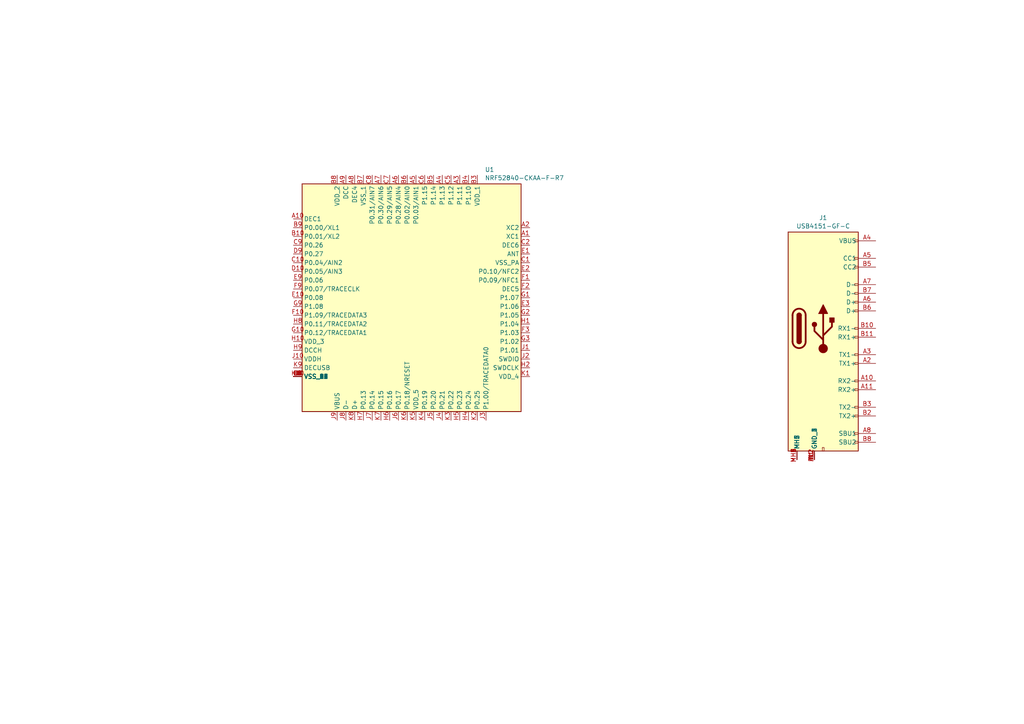
<source format=kicad_sch>
(kicad_sch (version 20231120) (generator "eeschema") (generator_version "8.0")
  (paper "A4")
  (lib_symbols
    (symbol "Component_lib:NRF52840-CKAA-F-R7"
      (property "Reference" "U" (at 0 7.62 0))
      (property "Value" "NRF52840-CKAA-F-R7" (at 0 5.08 0))
      (symbol "NRF52840-CKAA-F-R7_1_1"
        (rectangle (start 2.54 -2.54) (end 66.04 -68.58) (stroke (width 0.254)) (fill (type background)))
        (pin passive line (at 68.58 -17.78 180) (length 2.54) (name "XC1") (number "A1"))
        (pin passive line (at 0 -12.7 0) (length 2.54) (name "DEC1") (number "A10"))
        (pin passive line (at 68.58 -15.24 180) (length 2.54) (name "XC2") (number "A2"))
        (pin passive line (at 48.26 0 270) (length 2.54) (name "P1.11") (number "A3"))
        (pin passive line (at 43.18 0 270) (length 2.54) (name "P1.13") (number "A4"))
        (pin passive line (at 35.56 0 270) (length 2.54) (name "P0.03/AIN1") (number "A5"))
        (pin passive line (at 30.48 0 270) (length 2.54) (name "P0.28/AIN4") (number "A6"))
        (pin passive line (at 25.4 0 270) (length 2.54) (name "P0.30/AIN6") (number "A7"))
        (pin passive line (at 17.78 0 270) (length 2.54) (name "DEC4") (number "A8"))
        (pin passive line (at 15.24 0 270) (length 2.54) (name "DCC") (number "A9"))
        (pin passive line (at 0 -17.78 0) (length 2.54) (name "P0.01/XL2") (number "B10"))
        (pin passive line (at 53.34 0 270) (length 2.54) (name "VDD_1") (number "B3"))
        (pin passive line (at 50.8 0 270) (length 2.54) (name "P1.10") (number "B4"))
        (pin passive line (at 40.64 0 270) (length 2.54) (name "P1.14") (number "B5"))
        (pin passive line (at 33.02 0 270) (length 2.54) (name "P0.02/AIN0") (number "B6"))
        (pin passive line (at 20.32 0 270) (length 2.54) (name "VSS_1") (number "B7"))
        (pin passive line (at 12.7 0 270) (length 2.54) (name "VDD_2") (number "B8"))
        (pin passive line (at 0 -15.24 0) (length 2.54) (name "P0.00/XL1") (number "B9"))
        (pin passive line (at 68.58 -25.4 180) (length 2.54) (name "VSS_PA") (number "C1"))
        (pin passive line (at 0 -25.4 0) (length 2.54) (name "P0.04/AIN2") (number "C10"))
        (pin passive line (at 68.58 -20.32 180) (length 2.54) (name "DEC6") (number "C2"))
        (pin passive line (at 0 -58.42 0) (length 2.54) (name "VSS_2") (number "C4"))
        (pin passive line (at 45.72 0 270) (length 2.54) (name "P1.12") (number "C5"))
        (pin passive line (at 38.1 0 270) (length 2.54) (name "P1.15") (number "C6"))
        (pin passive line (at 27.94 0 270) (length 2.54) (name "P0.29/AIN5") (number "C7"))
        (pin passive line (at 22.86 0 270) (length 2.54) (name "P0.31/AIN7") (number "C8"))
        (pin passive line (at 0 -20.32 0) (length 2.54) (name "P0.26") (number "C9"))
        (pin passive line (at 0 -27.94 0) (length 2.54) (name "P0.05/AIN3") (number "D10"))
        (pin passive line (at 0 -58.42 0) (length 2.54) (name "VSS_3") (number "D3"))
        (pin passive line (at 0 -58.42 0) (length 2.54) (name "VSS_4") (number "D4"))
        (pin passive line (at 0 -58.42 0) (length 2.54) (name "VSS_5") (number "D5"))
        (pin passive line (at 0 -58.42 0) (length 2.54) (name "VSS_6") (number "D6"))
        (pin passive line (at 0 -58.42 0) (length 2.54) (name "VSS_7") (number "D7"))
        (pin passive line (at 0 -58.42 0) (length 2.54) (name "VSS_8") (number "D8"))
        (pin passive line (at 0 -22.86 0) (length 2.54) (name "P0.27") (number "D9"))
        (pin passive line (at 68.58 -22.86 180) (length 2.54) (name "ANT") (number "E1"))
        (pin passive line (at 0 -35.56 0) (length 2.54) (name "P0.08") (number "E10"))
        (pin passive line (at 68.58 -27.94 180) (length 2.54) (name "P0.10/NFC2") (number "E2"))
        (pin passive line (at 68.58 -38.1 180) (length 2.54) (name "P1.06") (number "E3"))
        (pin passive line (at 0 -58.42 0) (length 2.54) (name "VSS_9") (number "E4"))
        (pin passive line (at 0 -58.42 0) (length 2.54) (name "VSS_10") (number "E5"))
        (pin passive line (at 0 -58.42 0) (length 2.54) (name "VSS_11") (number "E6"))
        (pin passive line (at 0 -58.42 0) (length 2.54) (name "VSS_12") (number "E7"))
        (pin passive line (at 0 -58.42 0) (length 2.54) (name "VSS_13") (number "E8"))
        (pin passive line (at 0 -30.48 0) (length 2.54) (name "P0.06") (number "E9"))
        (pin passive line (at 68.58 -30.48 180) (length 2.54) (name "P0.09/NFC1") (number "F1"))
        (pin passive line (at 0 -40.64 0) (length 2.54) (name "P1.09/TRACEDATA3") (number "F10"))
        (pin passive line (at 68.58 -33.02 180) (length 2.54) (name "DEC5") (number "F2"))
        (pin passive line (at 68.58 -45.72 180) (length 2.54) (name "P1.03") (number "F3"))
        (pin passive line (at 0 -58.42 0) (length 2.54) (name "VSS_14") (number "F4"))
        (pin passive line (at 0 -58.42 0) (length 2.54) (name "VSS_15") (number "F5"))
        (pin passive line (at 0 -58.42 0) (length 2.54) (name "VSS_16") (number "F6"))
        (pin passive line (at 0 -58.42 0) (length 2.54) (name "VSS_17") (number "F7"))
        (pin passive line (at 0 -58.42 0) (length 2.54) (name "VSS_18") (number "F8"))
        (pin passive line (at 0 -33.02 0) (length 2.54) (name "P0.07/TRACECLK") (number "F9"))
        (pin passive line (at 68.58 -35.56 180) (length 2.54) (name "P1.07") (number "G1"))
        (pin passive line (at 0 -45.72 0) (length 2.54) (name "P0.12/TRACEDATA1") (number "G10"))
        (pin passive line (at 68.58 -40.64 180) (length 2.54) (name "P1.05") (number "G2"))
        (pin passive line (at 68.58 -48.26 180) (length 2.54) (name "P1.02") (number "G3"))
        (pin passive line (at 0 -58.42 0) (length 2.54) (name "VSS_19") (number "G4"))
        (pin passive line (at 0 -58.42 0) (length 2.54) (name "VSS_20") (number "G5"))
        (pin passive line (at 0 -58.42 0) (length 2.54) (name "VSS_21") (number "G6"))
        (pin passive line (at 0 -58.42 0) (length 2.54) (name "VSS_22") (number "G7"))
        (pin passive line (at 0 -58.42 0) (length 2.54) (name "VSS_23") (number "G8"))
        (pin passive line (at 0 -38.1 0) (length 2.54) (name "P1.08") (number "G9"))
        (pin passive line (at 68.58 -43.18 180) (length 2.54) (name "P1.04") (number "H1"))
        (pin passive line (at 0 -48.26 0) (length 2.54) (name "VDD_3") (number "H10"))
        (pin passive line (at 68.58 -55.88 180) (length 2.54) (name "SWDCLK") (number "H2"))
        (pin passive line (at 50.8 -71.12 90) (length 2.54) (name "P0.24") (number "H4"))
        (pin passive line (at 48.26 -71.12 90) (length 2.54) (name "P0.23") (number "H5"))
        (pin passive line (at 27.94 -71.12 90) (length 2.54) (name "P0.16") (number "H6"))
        (pin passive line (at 20.32 -71.12 90) (length 2.54) (name "P0.13") (number "H7"))
        (pin passive line (at 0 -43.18 0) (length 2.54) (name "P0.11/TRACEDATA2") (number "H8"))
        (pin passive line (at 0 -50.8 0) (length 2.54) (name "DCCH") (number "H9"))
        (pin passive line (at 68.58 -50.8 180) (length 2.54) (name "P1.01") (number "J1"))
        (pin passive line (at 0 -53.34 0) (length 2.54) (name "VDDH") (number "J10"))
        (pin passive line (at 68.58 -53.34 180) (length 2.54) (name "SWDIO") (number "J2"))
        (pin passive line (at 55.88 -71.12 90) (length 2.54) (name "P1.00/TRACEDATA0") (number "J3"))
        (pin passive line (at 43.18 -71.12 90) (length 2.54) (name "P0.21") (number "J4"))
        (pin passive line (at 40.64 -71.12 90) (length 2.54) (name "P0.20") (number "J5"))
        (pin passive line (at 30.48 -71.12 90) (length 2.54) (name "P0.17") (number "J6"))
        (pin passive line (at 22.86 -71.12 90) (length 2.54) (name "P0.14") (number "J7"))
        (pin passive line (at 15.24 -71.12 90) (length 2.54) (name "D-") (number "J8"))
        (pin passive line (at 12.7 -71.12 90) (length 2.54) (name "VBUS") (number "J9"))
        (pin passive line (at 68.58 -58.42 180) (length 2.54) (name "VDD_4") (number "K1"))
        (pin passive line (at 0 -58.42 0) (length 2.54) (name "VSS_24") (number "K10"))
        (pin passive line (at 53.34 -71.12 90) (length 2.54) (name "P0.25") (number "K2"))
        (pin passive line (at 45.72 -71.12 90) (length 2.54) (name "P0.22") (number "K3"))
        (pin passive line (at 38.1 -71.12 90) (length 2.54) (name "P0.19") (number "K4"))
        (pin passive line (at 35.56 -71.12 90) (length 2.54) (name "VDD_5") (number "K5"))
        (pin passive line (at 33.02 -71.12 90) (length 2.54) (name "P0.18/NRESET") (number "K6"))
        (pin passive line (at 25.4 -71.12 90) (length 2.54) (name "P0.15") (number "K7"))
        (pin passive line (at 17.78 -71.12 90) (length 2.54) (name "D+") (number "K8"))
        (pin passive line (at 0 -55.88 0) (length 2.54) (name "DECUSB") (number "K9"))
      )
    )
    (symbol "Component_lib:USB4151-GF-C"
      (property "Reference" "J" (at 0 5.08 0))
      (property "Value" "USB4151-GF-C" (at 0 2.54 0))
      (symbol "USB4151-GF-C_0_0"
        (rectangle (start 9.906 -63.5) (end 10.414 -62.484))
        (rectangle (start 20.32 -60.706) (end 19.304 -61.214))
        (rectangle (start 20.32 -58.166) (end 19.304 -58.674))
        (rectangle (start 20.32 -53.086) (end 19.304 -53.594))
        (rectangle (start 20.32 -50.546) (end 19.304 -51.054))
        (rectangle (start 20.32 -45.466) (end 19.304 -45.974))
        (rectangle (start 20.32 -42.926) (end 19.304 -43.434))
        (rectangle (start 20.32 -37.846) (end 19.304 -38.354))
        (rectangle (start 20.32 -35.306) (end 19.304 -35.814))
        (rectangle (start 20.32 -30.226) (end 19.304 -30.734))
        (rectangle (start 20.32 -27.686) (end 19.304 -28.194))
        (rectangle (start 20.32 -22.606) (end 19.304 -23.114))
        (rectangle (start 20.32 -20.066) (end 19.304 -20.574))
        (rectangle (start 20.32 -17.526) (end 19.304 -18.034))
        (rectangle (start 20.32 -14.986) (end 19.304 -15.494))
        (rectangle (start 20.32 -9.906) (end 19.304 -10.414))
        (rectangle (start 20.32 -7.366) (end 19.304 -7.874))
        (rectangle (start 20.32 -2.286) (end 19.304 -2.794))
      )
      (symbol "USB4151-GF-C_0_1"
        (polyline (pts (xy 1.27 -31.75) (xy 1.27 -24.13)) (stroke (width 0.508)))
        (polyline (pts (xy 5.08 -24.13) (xy 5.08 -31.75)) (stroke (width 0.508)))
        (rectangle (start 0 0) (end 20.32 -63.5) (stroke (width 0.254)) (fill (type background)))
        (arc (start 1.27 -31.75) (mid 3.175 -33.6467) (end 5.08 -31.75) (stroke (width 0.508)))
        (arc (start 2.54 -31.75) (mid 3.175 -32.3823) (end 3.81 -31.75) (stroke (width 0.254)))
        (arc (start 2.54 -31.75) (mid 3.175 -32.3823) (end 3.81 -31.75) (stroke (width 0.254)) (fill (type outline)))
        (rectangle (start 2.54 -31.75) (end 3.81 -24.13) (stroke (width 0.254)) (fill (type outline)))
        (arc (start 3.81 -24.13) (mid 3.175 -23.4977) (end 2.54 -24.13) (stroke (width 0.254)))
        (arc (start 3.81 -24.13) (mid 3.175 -23.4977) (end 2.54 -24.13) (stroke (width 0.254)) (fill (type outline)))
        (arc (start 5.08 -24.13) (mid 3.175 -22.2333) (end 1.27 -24.13) (stroke (width 0.508)))
      )
      (symbol "USB4151-GF-C_1_1"
        (polyline (pts (xy 10.16 -33.782) (xy 10.16 -23.622)) (stroke (width 0.508)))
        (polyline (pts (xy 10.16 -31.242) (xy 7.62 -28.702) (xy 7.62 -27.432)) (stroke (width 0.508)))
        (polyline (pts (xy 10.16 -29.972) (xy 12.7 -27.432) (xy 12.7 -26.162)) (stroke (width 0.508)))
        (polyline (pts (xy 8.89 -23.622) (xy 10.16 -21.082) (xy 11.43 -23.622) (xy 8.89 -23.622)) (stroke (width 0.254)) (fill (type outline)))
        (circle (center 7.62 -26.797) (radius 0.635) (stroke (width 0.254)) (fill (type outline)))
        (circle (center 10.16 -33.782) (radius 1.27) (fill (type outline)))
        (rectangle (start 12.065 -26.162) (end 13.335 -24.892) (stroke (width 0.254)) (fill (type outline)))
        (pin passive line (at 7.62 -66.04 90) (length 2.54) (name "GND_1") (number "A1"))
        (pin bidirectional line (at 25.4 -43.18 180) (length 5.08) (name "RX2-") (number "A10"))
        (pin bidirectional line (at 25.4 -45.72 180) (length 5.08) (name "RX2+") (number "A11"))
        (pin passive line (at 7.62 -66.04 90) (length 2.54) (name "GND_2") (number "A12"))
        (pin bidirectional line (at 25.4 -38.1 180) (length 5.08) (name "TX1+") (number "A2"))
        (pin bidirectional line (at 25.4 -35.56 180) (length 5.08) (name "TX1-") (number "A3"))
        (pin passive line (at 25.4 -2.54 180) (length 5.08) (name "VBUS") (number "A4"))
        (pin bidirectional line (at 25.4 -7.62 180) (length 5.08) (name "CC1") (number "A5"))
        (pin bidirectional line (at 25.4 -20.32 180) (length 5.08) (name "D+") (number "A6"))
        (pin bidirectional line (at 25.4 -15.24 180) (length 5.08) (name "D-") (number "A7"))
        (pin bidirectional line (at 25.4 -58.42 180) (length 5.08) (name "SBU1") (number "A8"))
        (pin passive line (at 25.4 -2.54 180) (length 5.08) hide (name "VBUS") (number "A9"))
        (pin passive line (at 7.62 -66.04 90) (length 2.54) (name "GND_3") (number "B1"))
        (pin bidirectional line (at 25.4 -27.94 180) (length 5.08) (name "RX1-") (number "B10"))
        (pin bidirectional line (at 25.4 -30.48 180) (length 5.08) (name "RX1+") (number "B11"))
        (pin passive line (at 7.62 -66.04 90) (length 2.54) (name "GND_4") (number "B12"))
        (pin bidirectional line (at 25.4 -53.34 180) (length 5.08) (name "TX2+") (number "B2"))
        (pin bidirectional line (at 25.4 -50.8 180) (length 5.08) (name "TX2-") (number "B3"))
        (pin passive line (at 25.4 -2.54 180) (length 5.08) hide (name "VBUS") (number "B4"))
        (pin bidirectional line (at 25.4 -10.16 180) (length 5.08) (name "CC2") (number "B5"))
        (pin bidirectional line (at 25.4 -22.86 180) (length 5.08) (name "D+") (number "B6"))
        (pin bidirectional line (at 25.4 -17.78 180) (length 5.08) (name "D-") (number "B7"))
        (pin bidirectional line (at 25.4 -60.96 180) (length 5.08) (name "SBU2") (number "B8"))
        (pin passive line (at 25.4 -2.54 180) (length 5.08) hide (name "VBUS") (number "B9"))
        (pin passive line (at 2.54 -66.04 90) (length 2.54) (name "MH1") (number "MH1"))
        (pin passive line (at 2.54 -66.04 90) (length 2.54) (name "MH7") (number "MH2"))
        (pin passive line (at 2.54 -66.04 90) (length 2.54) (name "MH2") (number "MH3"))
        (pin passive line (at 2.54 -66.04 90) (length 2.54) (name "MH6") (number "MH4"))
        (pin passive line (at 2.54 -66.04 90) (length 2.54) (name "MH5") (number "MH5"))
      )
    )
  )
  (symbol (lib_id "Component_lib:NRF52840-CKAA-F-R7") (at 85.09 50.8 0) (unit 1)
    (property "Reference" "U1" (at 140.6241 49.1955 0) (effects (justify left)))
    (property "Value" "NRF52840-CKAA-F-R7" (at 140.6241 51.6198 0) (effects (justify left)))
    (property "Footprint" "Component_lib:NRF52840-CKAA-F-R7" (effects (hide yes)))
    (property "Datasheet" "https://infocenter.nordicsemi.com/pdf/nRF52840_PS_v1.7.pdf" (effects (hide yes)))
    (property "Description" "IC RF TxRx + MCU 802.15.4, Bluetooth Bluetooth v5.0, Thread, Zigbee 2.4GHz 93-UFBGA, WLCSP" (effects (hide yes)))
    (property "Height" "0.514" (effects (hide yes)))
    (property "Mouser Part Number" "949-NRF52840CKAAF-R7" (effects (hide yes)))
    (property "Mouser Price/Stock" "https://www.mouser.co.uk/ProductDetail/Nordic-Semiconductor/nRF52840-CKAA-F-R7?qs=TCDPyi3sCW3UO0%252BPeBf5YQ%3D%3D" (effects (hide yes)))
    (property "Manufacturer_Name" "Nordic Semiconductor" (effects (hide yes)))
    (property "Manufacturer_Part_Number" "NRF52840-CKAA-F-R7" (effects (hide yes)))
  )
  (symbol (lib_id "Component_lib:USB4151-GF-C") (at 228.6 67.31 0) (unit 1)
    (property "Reference" "J1" (at 238.76 63.1655 0))
    (property "Value" "USB4151-GF-C" (at 238.76 65.5898 0))
    (property "Footprint" "Component_lib:USB4151GFC" (effects (hide yes)))
    (property "Datasheet" "https://gct.co/files/drawings/usb4151.pdf" (effects (hide yes)))
    (property "Description" "USB TYPE C, PLUG, SMT , G/F, VER" (effects (hide yes)))
    (property "Height" "11.35" (effects (hide yes)))
    (property "Mouser Part Number" "640-USB4151-GF-C" (effects (hide yes)))
    (property "Mouser Price/Stock" "https://www.mouser.co.uk/ProductDetail/GCT/USB4151-GF-C?qs=KUoIvG%2F9IlY4HaJSFPtBdg%3D%3D" (effects (hide yes)))
    (property "Manufacturer_Name" "GCT (GLOBAL CONNECTOR TECHNOLOGY)" (effects (hide yes)))
    (property "Manufacturer_Part_Number" "USB4151-GF-C" (effects (hide yes)))
  )
)
</source>
